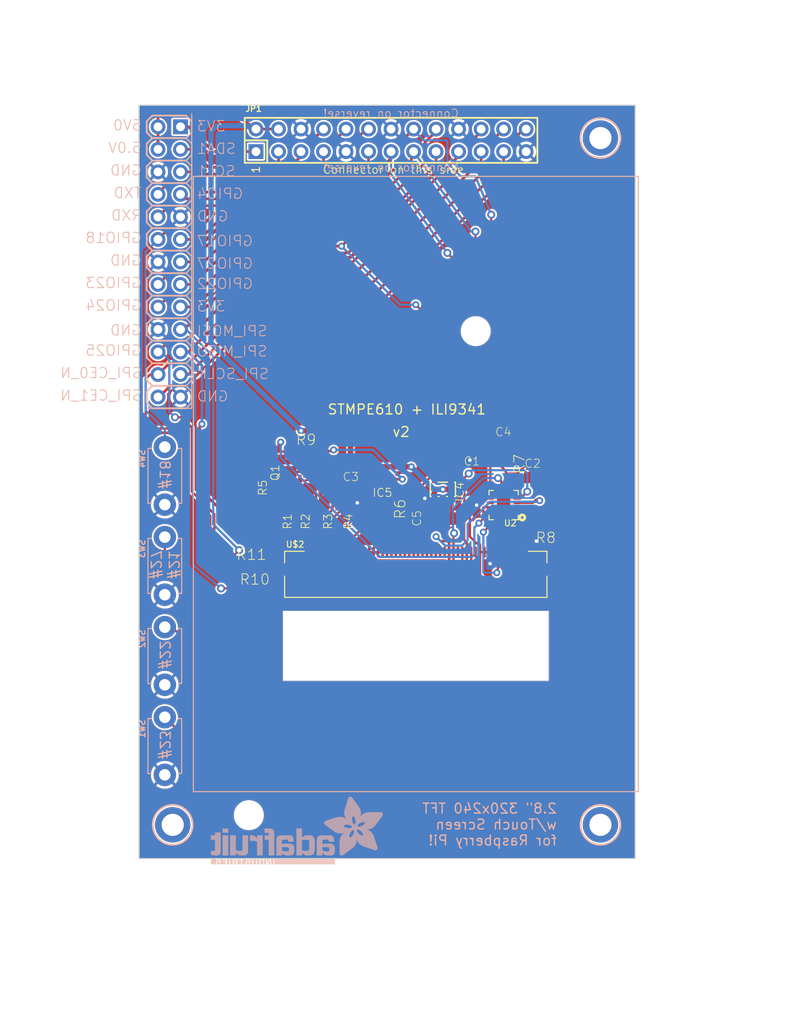
<source format=kicad_pcb>
(kicad_pcb (version 20221018) (generator pcbnew)
  (layers (0 "F.Cu" signal) (1 "In1.Cu" signal) (2 "In2.Cu" signal) (3 "In3.Cu" signal) (4 "In4.Cu" signal) (5 "In5.Cu" signal) (6 "In6.Cu" signal) (7 "In7.Cu" signal) (8 "In8.Cu" signal) (9 "In9.Cu" signal) (10 "In10.Cu" signal) (11 "In11.Cu" signal) (12 "In12.Cu" signal) (13 "In13.Cu" signal) (14 "In14.Cu" signal) (31 "B.Cu" signal) (34 "B.Paste" user) (35 "F.Paste" user) (36 "B.SilkS" user "B.Silkscreen") (37 "F.SilkS" user "F.Silkscreen") (38 "B.Mask" user) (39 "F.Mask" user) (44 "Edge.Cuts" user))
  (net 0 "")
  (net 1 "GND")
  (net 2 "VCC")
  (net 3 "N$16")
  (net 4 "+5V")
  (net 5 "MISO")
  (net 6 "N$9")
  (net 7 "N$1")
  (net 8 "N$2")
  (net 9 "N$3")
  (net 10 "N$4")
  (net 11 "N$10")
  (net 12 "MOSI_3V")
  (net 13 "TFT_DC_3V")
  (net 14 "SCLK_3V")
  (net 15 "TFT_CS_3V")
  (net 16 "TFT_RST")
  (net 17 "XL")
  (net 18 "XR")
  (net 19 "YU")
  (net 20 "YD")
  (net 21 "RT_CS_3V")
  (net 22 "N$5")
  (net 23 "RT_INT")
  (net 24 "3.3V")
  (net 25 "N$6")
  (net 26 "N$7")
  (net 27 "N$8")
  (net 28 "N$11")
  (net 29 "N$17")
  (net 30 "N$18")
  (net 31 "SCLK")
  (net 32 "MOSI")
  (net 33 "GPIO23")
  (net 34 "GPIO22")
  (net 35 "GPIO21")
  (net 36 "GPIO18")
  (net 37 "3.3V@2")
  (footprint "working:C0805K" (layer "F.Cu") (at 147.6791 104.8316 180)
    (fp_text reference "C3")
    (fp_text value "0.1uF")
  )
  (footprint "working:R0805" (layer "F.Cu") (at 151.2351 108.6416 90)
    (fp_text reference "R6")
    (fp_text value "10K")
  )
  (footprint "working:SOT23-BEC" (layer "F.Cu") (at 134.4711 107.3716 180)
    (fp_text reference "Q1")
    (fp_text value "MMBT2222")
  )
  (footprint "working:R0805" (layer "F.Cu") (at 132.0581 114.4836)
    (fp_text reference "R11")
    (fp_text value "22")
  )
  (footprint "working:R0805" (layer "F.Cu") (at 137.5191 104.8316 -90)
    (fp_text reference "R1")
    (fp_text value "100")
  )
  (footprint "working:C0805K" (layer "F.Cu") (at 155.0451 109.1496 180)
    (fp_text reference "C5")
    (fp_text value "10uF")
  )
  (footprint "working:R0805" (layer "F.Cu") (at 132.4391 117.2776)
    (fp_text reference "R10")
    (fp_text value "22")
  )
  (footprint "working:SOT23-5L" (layer "F.Cu") (at 154.7911 105.8476)
    (fp_text reference "IC4")
    (fp_text value "MIC5225-3.3")
  )
  (footprint "working:R0805" (layer "F.Cu") (at 164.6971 103.5616 90)
    (fp_text reference "R7")
    (fp_text value "10K")
  )
  (footprint "working:R0805" (layer "F.Cu") (at 166.9831 110.0386 180)
    (fp_text reference "R8")
    (fp_text value "10K")
  )
  (footprint "working:FIDUCIAL_1MM" (layer "F.Cu") (at 171.8091 128.7076 90)
    (fp_text reference "U$10" hide)
    (fp_text value "FIDUCIAL" hide)
  )
  (footprint "working:R0805" (layer "F.Cu") (at 138.7891 101.5296)
    (fp_text reference "R9")
    (fp_text value "1K")
  )
  (footprint "working:C0805K" (layer "F.Cu") (at 161.6491 102.5456)
    (fp_text reference "C2")
    (fp_text value "0.1uF")
  )
  (footprint "working:R0805" (layer "F.Cu") (at 142.0911 104.8316 -90)
    (fp_text reference "R3")
    (fp_text value "100")
  )
  (footprint "working:C0805K" (layer "F.Cu") (at 155.0451 102.2916)
    (fp_text reference "C1")
    (fp_text value "10uF")
  )
  (footprint "working:R0805" (layer "F.Cu") (at 139.8051 104.8316 -90)
    (fp_text reference "R2")
    (fp_text value "100")
  )
  (footprint "working:FIDUCIAL_1MM" (layer "F.Cu") (at 131.9311 128.4536 180)
    (fp_text reference "U$11" hide)
    (fp_text value "FIDUCIAL" hide)
  )
  (footprint "working:QFN16_3MM" (layer "F.Cu") (at 161.6491 107.6256 180)
    (fp_text reference "U2")
    (fp_text value "STMPE610")
  )
  (footprint "working:C0805K" (layer "F.Cu") (at 161.6491 100.2596)
    (fp_text reference "C4")
    (fp_text value "0.1uF")
  )
  (footprint "working:SOT23" (layer "F.Cu") (at 147.9331 108.1336 -90)
    (fp_text reference "IC5")
    (fp_text value "AXP803")
  )
  (footprint "working:FIDUCIAL_1MM" (layer "F.Cu") (at 172.0631 72.4466)
    (fp_text reference "U$18" hide)
    (fp_text value "FIDUCIAL" hide)
  )
  (footprint "working:2X13" (layer "F.Cu") (at 148.9491 66.4776)
    (fp_text reference "JP1")
    (fp_text value "")
  )
  (footprint "working:R0805" (layer "F.Cu") (at 144.3771 104.8316 -90)
    (fp_text reference "R4")
    (fp_text value "100")
  )
  (footprint "working:R0805" (layer "F.Cu") (at 135.2331 102.5456 -90)
    (fp_text reference "R5")
    (fp_text value "1K")
  )
  (footprint "working:MOUNTINGHOLE_2.5_PLATED_THICK" (layer "B.Cu") (at 172.5711 66.2236 90)
    (fp_text reference "U$16" hide)
    (fp_text value "MOUNTINGHOLE2.5_THICK" hide)
  )
  (footprint "working:MOUNTINGHOLE_2.5_PLATED_THICK" (layer "B.Cu") (at 172.5711 143.6936 180)
    (fp_text reference "U$17" hide)
    (fp_text value "MOUNTINGHOLE2.5_THICK" hide)
  )
  (footprint "working:TFT_2.83IN_240X320_50PIN" (layer "B.Cu") (at 151.7431 102.5456 180)
    (fp_text reference "U$2")
    (fp_text value "DISP_LCD_1.28IN_240X320_50PIN")
  )
  (footprint "working:MOUNTINGHOLE_2.5_PLATED_THICK" (layer "B.Cu") (at 124.3111 143.6936 90)
    (fp_text reference "U$15" hide)
    (fp_text value "MOUNTINGHOLE2.5_THICK" hide)
  )
  (footprint "working:TACT_PANA-EVQ" (layer "B.Cu") (at 123.4221 134.8036 -90)
    (fp_text reference "SW1")
    (fp_text value "")
  )
  (footprint "working:TACT_PANA-EVQ" (layer "B.Cu") (at 123.4221 124.6436 -90)
    (fp_text reference "SW2")
    (fp_text value "")
  )
  (footprint "working:RASPBERRYPIV2_SHIELD" (layer "B.Cu") (at 120.5011 147.5036 180)
    (fp_text reference "U$3" hide)
    (fp_text value "RASPBERRYPI_B_MODELB_V2" hide)
    (fp_line (start -56 0) (end -56 85) (stroke (width 0.127)) (layer "Edge.Cuts"))
    (fp_line (start -56 85) (end 0 85) (stroke (width 0.127)) (layer "Edge.Cuts"))
    (fp_line (start 0 0) (end -56 0) (stroke (width 0.127)) (layer "Edge.Cuts"))
    (fp_line (start 0 85) (end 0 0) (stroke (width 0.127)) (layer "Edge.Cuts"))
  )
  (footprint "working:TACT_PANA-EVQ" (layer "B.Cu") (at 123.4221 104.3236 -90)
    (fp_text reference "SW4")
    (fp_text value "")
  )
  (footprint "working:ADAFRUIT_TEXT_20MM" (layer "B.Cu") (at 148.1871 148.1386 180)
    (fp_text reference "U$23" hide)
    (fp_text value "" hide)
  )
  (footprint "working:TACT_PANA-EVQ" (layer "B.Cu") (at 123.4221 114.4836 -90)
    (fp_text reference "SW3")
    (fp_text value "")
  )
  (gr_line (start 166.7291 119.5636) (end 136.7571 119.5636) (stroke (width 0.05)) (layer "Edge.Cuts"))
  (gr_line (start 166.7291 127.4376) (end 166.7291 119.5636) (stroke (width 0.05)) (layer "Edge.Cuts"))
  (gr_line (start 136.7571 119.5636) (end 136.7571 127.4376) (stroke (width 0.05)) (layer "Edge.Cuts"))
  (gr_line (start 136.7571 127.4376) (end 166.7291 127.4376) (stroke (width 0.05)) (layer "Edge.Cuts"))
  (gr_text "#21" (at 124.4381 114.3566 -90) (layer "B.SilkS") (effects (font (size 1.1176 1.1176) (thickness 0.1524)) (justify mirror)))
  (gr_text "#23" (at 123.4221 134.6766 -90) (layer "B.SilkS") (effects (font (size 1.1176 1.1176) (thickness 0.1524)) (justify mirror)))
  (gr_text "#27" (at 122.4061 114.3566 -90) (layer "B.SilkS") (effects (font (size 1.1176 1.1176) (thickness 0.1524)) (justify mirror)))
  (gr_text "#18" (at 123.4221 104.1966 -90) (layer "B.SilkS") (effects (font (size 1.1176 1.1176) (thickness 0.1524)) (justify mirror)))
  (gr_text "Connector on reverse!" (at 148.9491 69.5256) (layer "B.SilkS") (effects (font (size 0.9144 0.9144) (thickness 0.1016)) (justify mirror)))
  (gr_text "2.8\" 320x240 TFT\nw/Touch Screen\nfor Raspberry Pi!" (at 167.7451 146.1066) (layer "B.SilkS") (effects (font (size 1.1176 1.1176) (thickness 0.1524)) (justify left bottom mirror)))
  (gr_text "Connector on reverse!" (at 148.9491 63.4296) (layer "B.SilkS") (effects (font (size 0.9144 0.9144) (thickness 0.1016)) (justify mirror)))
  (gr_text "#22" (at 123.4221 124.5166 -90) (layer "B.SilkS") (effects (font (size 1.1176 1.1176) (thickness 0.1524)) (justify mirror)))
  (gr_text "v2" (at 150.0921 99.3706) (layer "F.SilkS") (effects (font (size 1.1176 1.1176) (thickness 0.1524))))
  (gr_text "1" (at 134.2171 70.2876 90) (layer "F.SilkS") (effects (font (size 0.89408 0.89408) (thickness 0.12192)) (justify left bottom)))
  (gr_text "STMPE610 + ILI9341" (at 150.7271 96.8306) (layer "F.SilkS") (effects (font (size 1.1176 1.1176) (thickness 0.1524))))
  (gr_text "Connector on this side" (at 149.2031 69.7796) (layer "F.SilkS") (effects (font (size 0.9144 0.9144) (thickness 0.1016))))
  (segment (start 141.9931 112.9356) (end 141.9931 110.7716) (width 0.254) (layer "F.Cu") (net 1))
  (segment (start 163.4931 112.9356) (end 162.9931 112.9356) (width 0.254) (layer "F.Cu") (net 1))
  (segment (start 146.8331 107.1836) (end 146.8331 104.8316) (width 0.254) (layer "F.Cu") (net 1))
  (segment (start 146.7671 107.1176) (end 146.8331 107.1836) (width 0.254) (layer "F.Cu") (net 1))
  (segment (start 145.6471 107.1176) (end 146.7671 107.1176) (width 0.254) (layer "F.Cu") (net 1))
  (segment (start 146.8331 104.8316) (end 146.6791 104.8316) (width 0.254) (layer "F.Cu") (net 1))
  (segment (start 163.4931 112.9356) (end 163.9931 112.9356) (width 0.254) (layer "F.Cu") (net 1))
  (segment (start 141.9931 110.7716) (end 145.6471 107.1176) (width 0.254) (layer "F.Cu") (net 1))
  (via (at 160.1251 114.2296) (size 0.8001) (drill 0.3937) (layers "F.Cu" "B.Cu") (net 1))
  (via (at 165.3321 111.6896) (size 0.8001) (drill 0.3937) (layers "F.Cu" "B.Cu") (net 1))
  (via (at 158.6011 107.6256) (size 0.8001) (drill 0.3937) (layers "F.Cu" "B.Cu") (net 1))
  (via (at 157.8391 102.5456) (size 0.8001) (drill 0.3937) (layers "F.Cu" "B.Cu") (net 1))
  (via (at 145.1391 107.3716) (size 0.8001) (drill 0.3937) (layers "F.Cu" "B.Cu") (net 1))
  (via (at 152.7591 106.8636) (size 0.8001) (drill 0.3937) (layers "F.Cu" "B.Cu") (net 1))
  (segment (start 164.6971 102.6116) (end 164.6311 102.6116) (width 0.254) (layer "F.Cu") (net 2))
  (segment (start 151.2351 106.6096) (end 151.2351 107.6916) (width 0.254) (layer "F.Cu") (net 2))
  (segment (start 157.8391 111.1816) (end 158.6011 111.9436) (width 0.254) (layer "F.Cu") (net 2))
  (segment (start 164.6311 102.6116) (end 163.1731 104.0696) (width 0.254) (layer "F.Cu") (net 2))
  (segment (start 143.4931 110.5416) (end 145.9011 108.1336) (width 0.254) (layer "F.Cu") (net 2))
  (segment (start 163.1731 104.0696) (end 161.8991 104.0696) (width 0.254) (layer "F.Cu") (net 2))
  (segment (start 153.8411 104.5476) (end 153.8411 102.4956) (width 0.254) (layer "F.Cu") (net 2))
  (segment (start 161.8991 104.0696) (end 161.8991 103.7956) (width 0.254) (layer "F.Cu") (net 2))
  (segment (start 159.9931 112.9356) (end 159.9931 111.3136) (width 0.254) (layer "F.Cu") (net 2))
  (segment (start 161.3951 109.1296) (end 161.3991 109.1256) (width 0.254) (layer "F.Cu") (net 2))
  (segment (start 157.8391 106.8756) (end 157.8391 111.1816) (width 0.254) (layer "F.Cu") (net 2))
  (segment (start 160.1491 106.8756) (end 160.1491 103.0456) (width 0.254) (layer "F.Cu") (net 2))
  (segment (start 150.7931 108.1336) (end 149.0331 108.1336) (width 0.254) (layer "F.Cu") (net 2))
  (segment (start 149.0331 104.8316) (end 148.6791 104.8316) (width 0.254) (layer "F.Cu") (net 2))
  (segment (start 154.0451 102.2916) (end 154.0451 101.0056) (width 0.254) (layer "F.Cu") (net 2))
  (segment (start 162.1571 118.6746) (end 158.9931 115.5106) (width 0.254) (layer "F.Cu") (net 2))
  (segment (start 160.1491 106.8756) (end 157.8391 106.8756) (width 0.254) (layer "F.Cu") (net 2))
  (segment (start 148.8061 104.7046) (end 148.6791 104.8316) (width 0.3048) (layer "F.Cu") (net 2))
  (segment (start 153.2971 104.5476) (end 151.2351 106.6096) (width 0.254) (layer "F.Cu") (net 2))
  (segment (start 149.0331 108.1336) (end 149.0331 104.8316) (width 0.254) (layer "F.Cu") (net 2))
  (segment (start 153.8411 102.4956) (end 154.0451 102.2916) (width 0.254) (layer "F.Cu") (net 2))
  (segment (start 150.2191 104.7046) (end 148.8061 104.7046) (width 0.3048) (layer "F.Cu") (net 2))
  (segment (start 142.4931 112.9356) (end 142.9931 112.9356) (width 0.254) (layer "F.Cu") (net 2))
  (segment (start 168.5071 110.6126) (end 168.5071 117.7856) (width 0.254) (layer "F.Cu") (net 2))
  (segment (start 159.9931 111.3136) (end 161.3951 109.9116) (width 0.254) (layer "F.Cu") (net 2))
  (segment (start 161.8991 106.1256) (end 161.8991 104.0696) (width 0.254) (layer "F.Cu") (net 2))
  (segment (start 142.3451 101.5296) (end 142.4721 101.4026) (width 0.3048) (layer "F.Cu") (net 2))
  (segment (start 167.9331 110.0386) (end 168.5071 110.6126) (width 0.254) (layer "F.Cu") (net 2))
  (segment (start 154.0451 101.0056) (end 154.5371 100.5136) (width 0.254) (layer "F.Cu") (net 2))
  (segment (start 158.9931 112.0816) (end 158.9931 112.9356) (width 0.254) (layer "F.Cu") (net 2))
  (segment (start 151.2351 107.6916) (end 150.7931 108.1336) (width 0.254) (layer "F.Cu") (net 2))
  (segment (start 159.1091 100.5136) (end 160.6491 102.0536) (width 0.254) (layer "F.Cu") (net 2))
  (segment (start 142.9931 112.9356) (end 143.4931 112.9356) (width 0.254) (layer "F.Cu") (net 2))
  (segment (start 167.6181 118.6746) (end 162.1571 118.6746) (width 0.254) (layer "F.Cu") (net 2))
  (segment (start 160.1491 103.0456) (end 160.6491 102.5456) (width 0.254) (layer "F.Cu") (net 2))
  (segment (start 158.8551 111.9436) (end 158.9931 112.0816) (width 0.254) (layer "F.Cu") (net 2))
  (segment (start 139.7391 101.5296) (end 142.3451 101.5296) (width 0.3048) (layer "F.Cu") (net 2))
  (segment (start 158.9931 112.9356) (end 159.4931 112.9356) (width 0.254) (layer "F.Cu") (net 2))
  (segment (start 168.5071 117.7856) (end 167.6181 118.6746) (width 0.254) (layer "F.Cu") (net 2))
  (segment (start 158.6011 111.9436) (end 158.8551 111.9436) (width 0.254) (layer "F.Cu") (net 2))
  (segment (start 154.5371 100.5136) (end 159.1091 100.5136) (width 0.254) (layer "F.Cu") (net 2))
  (segment (start 145.9011 108.1336) (end 149.0331 108.1336) (width 0.254) (layer "F.Cu") (net 2))
  (segment (start 158.9931 115.5106) (end 158.9931 112.9356) (width 0.254) (layer "F.Cu") (net 2))
  (segment (start 159.9931 112.9356) (end 159.4931 112.9356) (width 0.254) (layer "F.Cu") (net 2))
  (segment (start 143.4931 112.9356) (end 143.4931 110.5416) (width 0.254) (layer "F.Cu") (net 2))
  (segment (start 160.6491 100.2596) (end 160.6491 102.5456) (width 0.254) (layer "F.Cu") (net 2))
  (segment (start 161.8991 103.7956) (end 160.6491 102.5456) (width 0.254) (layer "F.Cu") (net 2))
  (segment (start 161.3951 109.9116) (end 161.3951 109.1296) (width 0.254) (layer "F.Cu") (net 2))
  (segment (start 160.6491 102.0536) (end 160.6491 102.5456) (width 0.254) (layer "F.Cu") (net 2))
  (segment (start 153.8411 104.5476) (end 153.2971 104.5476) (width 0.254) (layer "F.Cu") (net 2))
  (via (at 150.2191 104.7046) (size 0.8001) (drill 0.3937) (layers "F.Cu" "B.Cu") (net 2))
  (via (at 142.4721 101.4026) (size 0.8001) (drill 0.3937) (layers "F.Cu" "B.Cu") (net 2))
  (segment (start 142.4721 101.4026) (end 146.9171 101.4026) (width 0.3048) (layer "B.Cu") (net 2))
  (segment (start 146.9171 101.4026) (end 150.2191 104.7046) (width 0.3048) (layer "B.Cu") (net 2))
  (segment (start 135.4211 103.6836) (end 135.2331 103.4956) (width 0.254) (layer "F.Cu") (net 3))
  (segment (start 135.4211 106.2716) (end 135.4211 103.6836) (width 0.254) (layer "F.Cu") (net 3))
  (segment (start 156.0451 109.1496) (end 155.7411 108.8456) (width 0.254) (layer "F.Cu") (net 4))
  (segment (start 144.3771 103.8816) (end 144.9511 103.3076) (width 0.6096) (layer "F.Cu") (net 4))
  (segment (start 137.5191 103.8816) (end 139.8051 103.8816) (width 0.254) (layer "F.Cu") (net 4))
  (segment (start 153.8411 107.1476) (end 153.8411 105.8476) (width 0.6096) (layer "F.Cu") (net 4))
  (segment (start 144.3771 100.1326) (end 144.3771 103.8816) (width 0.6096) (layer "F.Cu") (net 4))
  (segment (start 122.6531 67.4936) (end 122.6531 63.8176) (width 0.3048) (layer "F.Cu") (net 4))
  (segment (start 139.8051 103.8816) (end 142.0911 103.8816) (width 0.6096) (layer "F.Cu") (net 4))
  (segment (start 155.7411 105.8476) (end 155.7411 107.1476) (width 0.6096) (layer "F.Cu") (net 4))
  (segment (start 123.0411 63.4296) (end 131.1691 63.4296) (width 0.3048) (layer "F.Cu") (net 4))
  (segment (start 154.7911 105.8476) (end 155.7411 105.8476) (width 0.6096) (layer "F.Cu") (net 4))
  (segment (start 122.6531 63.8176) (end 123.0411 63.4296) (width 0.3048) (layer "F.Cu") (net 4))
  (segment (start 155.7411 108.8456) (end 155.7411 107.1476) (width 0.254) (layer "F.Cu") (net 4))
  (segment (start 131.1691 63.4296) (end 133.7091 65.2076) (width 0.3048) (layer "F.Cu") (net 4))
  (segment (start 142.0911 103.8816) (end 144.3771 103.8816) (width 0.6096) (layer "F.Cu") (net 4))
  (segment (start 153.8411 105.8476) (end 154.7911 105.8476) (width 0.6096) (layer "F.Cu") (net 4))
  (segment (start 138.7891 99.2436) (end 143.4881 99.2436) (width 0.6096) (layer "F.Cu") (net 4))
  (segment (start 144.9511 103.3076) (end 151.2351 103.3076) (width 0.6096) (layer "F.Cu") (net 4))
  (segment (start 122.6531 64.9536) (end 122.6531 67.4936) (width 0.3048) (layer "F.Cu") (net 4))
  (segment (start 139.7391 103.8156) (end 139.8051 103.8816) (width 0.254) (layer "F.Cu") (net 4))
  (segment (start 133.7091 65.2076) (end 136.2491 65.2076) (width 0.3048) (layer "F.Cu") (net 4))
  (segment (start 143.4881 99.2436) (end 144.3771 100.1326) (width 0.6096) (layer "F.Cu") (net 4))
  (via (at 154.7911 105.8476) (size 0.8001) (drill 0.3937) (layers "F.Cu" "B.Cu") (net 4))
  (via (at 138.7891 99.2436) (size 0.8001) (drill 0.3937) (layers "F.Cu" "B.Cu") (net 4))
  (via (at 151.2351 103.3076) (size 0.8001) (drill 0.3937) (layers "F.Cu" "B.Cu") (net 4))
  (segment (start 151.2351 103.3076) (end 153.7751 105.8476) (width 0.6096) (layer "B.Cu") (net 4))
  (segment (start 128.6291 89.3376) (end 128.6291 65.4616) (width 0.6096) (layer "B.Cu") (net 4))
  (segment (start 128.6291 65.4616) (end 129.2641 64.8266) (width 0.6096) (layer "B.Cu") (net 4))
  (segment (start 129.2641 64.8266) (end 132.5661 64.8266) (width 0.6096) (layer "B.Cu") (net 4))
  (segment (start 132.5661 64.8266) (end 133.7091 65.2076) (width 0.6096) (layer "B.Cu") (net 4))
  (segment (start 153.7751 105.8476) (end 154.7911 105.8476) (width 0.6096) (layer "B.Cu") (net 4))
  (segment (start 138.7891 99.2436) (end 128.6291 89.3376) (width 0.6096) (layer "B.Cu") (net 4))
  (segment (start 159.1091 68.7636) (end 159.1091 67.7476) (width 0.3048) (layer "F.Cu") (net 5))
  (segment (start 126.0891 90.3536) (end 134.7251 81.7176) (width 0.3048) (layer "F.Cu") (net 5))
  (segment (start 155.4931 112.9356) (end 155.4931 111.8836) (width 0.254) (layer "F.Cu") (net 5))
  (segment (start 155.4931 112.9356) (end 155.4931 114.2896) (width 0.3048) (layer "F.Cu") (net 5))
  (segment (start 146.1551 81.7176) (end 159.1091 68.7636) (width 0.3048) (layer "F.Cu") (net 5))
  (segment (start 138.5351 113.7216) (end 135.4871 113.7216) (width 0.3048) (layer "F.Cu") (net 5))
  (segment (start 155.2991 111.6896) (end 154.5371 111.6896) (width 0.254) (layer "F.Cu") (net 5))
  (segment (start 155.4931 111.8836) (end 155.2991 111.6896) (width 0.254) (layer "F.Cu") (net 5))
  (segment (start 125.1931 90.3536) (end 126.0891 90.3536) (width 0.3048) (layer "F.Cu") (net 5))
  (segment (start 154.5371 115.2456) (end 140.0591 115.2456) (width 0.3048) (layer "F.Cu") (net 5))
  (segment (start 135.4871 113.7216) (end 127.3591 105.8476) (width 0.3048) (layer "F.Cu") (net 5))
  (segment (start 163.1491 107.3756) (end 164.9471 107.3756) (width 0.254) (layer "F.Cu") (net 5))
  (segment (start 155.4931 114.2896) (end 154.5371 115.2456) (width 0.3048) (layer "F.Cu") (net 5))
  (segment (start 140.0591 115.2456) (end 138.5351 113.7216) (width 0.3048) (layer "F.Cu") (net 5))
  (segment (start 154.5371 111.6896) (end 154.0291 111.1816) (width 0.254) (layer "F.Cu") (net 5))
  (segment (start 127.3591 105.8476) (end 127.3591 98.7356) (width 0.3048) (layer "F.Cu") (net 5))
  (segment (start 134.7251 81.7176) (end 146.1551 81.7176) (width 0.3048) (layer "F.Cu") (net 5))
  (segment (start 164.9471 107.3756) (end 165.3321 106.9906) (width 0.254) (layer "F.Cu") (net 5))
  (segment (start 165.7131 107.1176) (end 165.3321 106.9906) (width 0.254) (layer "F.Cu") (net 5))
  (segment (start 127.3591 98.7356) (end 127.6131 98.4816) (width 0.3048) (layer "F.Cu") (net 5))
  (via (at 165.7131 107.1176) (size 0.8001) (drill 0.3937) (layers "F.Cu" "B.Cu") (net 5))
  (via (at 154.0291 111.1816) (size 0.8001) (drill 0.3937) (layers "F.Cu" "B.Cu") (net 5))
  (via (at 127.6131 98.4816) (size 0.8001) (drill 0.3937) (layers "F.Cu" "B.Cu") (net 5))
  (segment (start 160.1251 107.2446) (end 165.5861 107.2446) (width 0.254) (layer "B.Cu") (net 5))
  (segment (start 165.5861 107.2446) (end 165.7131 107.1176) (width 0.254) (layer "B.Cu") (net 5))
  (segment (start 157.5851 111.5626) (end 157.5851 109.7846) (width 0.254) (layer "B.Cu") (net 5))
  (segment (start 157.5851 109.7846) (end 160.1251 107.2446) (width 0.254) (layer "B.Cu") (net 5))
  (segment (start 126.0891 90.3536) (end 125.1931 90.3536) (width 0.3048) (layer "B.Cu") (net 5))
  (segment (start 127.6131 98.4816) (end 127.6131 91.8776) (width 0.3048) (layer "B.Cu") (net 5))
  (segment (start 156.9501 112.1976) (end 157.5851 111.5626) (width 0.254) (layer "B.Cu") (net 5))
  (segment (start 155.0451 112.1976) (end 156.9501 112.1976) (width 0.254) (layer "B.Cu") (net 5))
  (segment (start 127.6131 91.8776) (end 126.0891 90.3536) (width 0.3048) (layer "B.Cu") (net 5))
  (segment (start 154.0291 111.1816) (end 155.0451 112.1976) (width 0.254) (layer "B.Cu") (net 5))
  (segment (start 147.4931 112.9356) (end 147.9931 112.9356) (width 0.254) (layer "F.Cu") (net 6))
  (segment (start 151.9931 112.9356) (end 152.4931 112.9356) (width 0.254) (layer "F.Cu") (net 6))
  (segment (start 146.4931 112.9356) (end 146.9931 112.9356) (width 0.254) (layer "F.Cu") (net 6))
  (segment (start 152.9931 112.9356) (end 152.4931 112.9356) (width 0.254) (layer "F.Cu") (net 6))
  (segment (start 149.9931 112.9356) (end 150.4931 112.9356) (width 0.254) (layer "F.Cu") (net 6))
  (segment (start 148.4931 112.9356) (end 148.9931 112.9356) (width 0.254) (layer "F.Cu") (net 6))
  (segment (start 149.4931 112.9356) (end 149.9931 112.9356) (width 0.254) (layer "F.Cu") (net 6))
  (segment (start 150.4931 112.9356) (end 150.9931 112.9356) (width 0.254) (layer "F.Cu") (net 6))
  (segment (start 148.9931 112.9356) (end 149.4931 112.9356) (width 0.254) (layer "F.Cu") (net 6))
  (segment (start 151.4931 112.9356) (end 151.9931 112.9356) (width 0.254) (layer "F.Cu") (net 6))
  (segment (start 150.9931 112.9356) (end 151.4931 112.9356) (width 0.254) (layer "F.Cu") (net 6))
  (segment (start 154.9931 112.9356) (end 154.4931 112.9356) (width 0.254) (layer "F.Cu") (net 6))
  (segment (start 147.9931 112.9356) (end 148.4931 112.9356) (width 0.254) (layer "F.Cu") (net 6))
  (segment (start 154.4931 112.9356) (end 153.9931 112.9356) (width 0.254) (layer "F.Cu") (net 6))
  (segment (start 153.9931 112.9356) (end 153.4931 112.9356) (width 0.254) (layer "F.Cu") (net 6))
  (segment (start 153.4931 112.9356) (end 152.9931 112.9356) (width 0.254) (layer "F.Cu") (net 6))
  (segment (start 146.9931 112.9356) (end 147.4931 112.9356) (width 0.254) (layer "F.Cu") (net 6))
  (segment (start 138.9351 112.9356) (end 134.4711 108.4716) (width 0.254) (layer "F.Cu") (net 7))
  (segment (start 139.4931 112.9356) (end 138.9351 112.9356) (width 0.254) (layer "F.Cu") (net 7))
  (segment (start 139.9931 108.2556) (end 137.5191 105.7816) (width 0.254) (layer "F.Cu") (net 8))
  (segment (start 139.9931 112.9356) (end 139.9931 108.2556) (width 0.254) (layer "F.Cu") (net 8))
  (segment (start 140.4931 106.4696) (end 139.8051 105.7816) (width 0.254) (layer "F.Cu") (net 9))
  (segment (start 140.4931 112.9356) (end 140.4931 106.4696) (width 0.254) (layer "F.Cu") (net 9))
  (segment (start 140.9931 112.9356) (end 140.9931 109.4856) (width 0.254) (layer "F.Cu") (net 10))
  (segment (start 142.3451 108.1336) (end 142.3451 106.0356) (width 0.254) (layer "F.Cu") (net 10))
  (segment (start 140.9931 109.4856) (end 142.3451 108.1336) (width 0.254) (layer "F.Cu") (net 10))
  (segment (start 142.3451 106.0356) (end 142.0911 105.7816) (width 0.254) (layer "F.Cu") (net 10))
  (segment (start 141.4931 110.0016) (end 144.3771 107.1176) (width 0.254) (layer "F.Cu") (net 11))
  (segment (start 141.4931 112.9356) (end 141.4931 110.0016) (width 0.254) (layer "F.Cu") (net 11))
  (segment (start 144.3771 107.1176) (end 144.3771 105.7816) (width 0.254) (layer "F.Cu") (net 11))
  (segment (start 131.1081 113.4016) (end 131.8041 112.7056) (width 0.254) (layer "F.Cu") (net 12))
  (segment (start 144.6311 80.1936) (end 156.5691 68.2556) (width 0.3048) (layer "F.Cu") (net 12))
  (segment (start 131.1081 114.4836) (end 131.1081 113.4016) (width 0.254) (layer "F.Cu") (net 12))
  (segment (start 125.1931 88.2016) (end 133.2011 80.1936) (width 0.3048) (layer "F.Cu") (net 12))
  (segment (start 156.5691 68.2556) (end 156.5691 67.7476) (width 0.3048) (layer "F.Cu") (net 12))
  (segment (start 133.2011 80.1936) (end 144.6311 80.1936) (width 0.3048) (layer "F.Cu") (net 12))
  (segment (start 125.1931 87.8136) (end 125.1931 88.2016) (width 0.3048) (layer "F.Cu") (net 12))
  (via (at 131.8041 112.7056) (size 0.9064) (drill 0.5) (layers "F.Cu" "B.Cu") (net 12))
  (segment (start 128.8831 90.8616) (end 125.8351 87.8136) (width 0.254) (layer "B.Cu") (net 12))
  (segment (start 128.8831 109.7846) (end 131.8041 112.7056) (width 0.254) (layer "B.Cu") (net 12))
  (segment (start 125.8351 87.8136) (end 125.1931 87.8136) (width 0.254) (layer "B.Cu") (net 12))
  (segment (start 128.8831 90.8616) (end 128.8831 109.7846) (width 0.254) (layer "B.Cu") (net 12))
  (segment (start 133.9631 80.9556) (end 145.3931 80.9556) (width 0.3048) (layer "F.Cu") (net 13))
  (segment (start 122.6531 90.3536) (end 123.9231 89.0836) (width 0.3048) (layer "F.Cu") (net 13))
  (segment (start 123.9231 89.0836) (end 125.8351 89.0836) (width 0.3048) (layer "F.Cu") (net 13))
  (segment (start 126.4701 98.8626) (end 125.3271 97.7196) (width 0.254) (layer "F.Cu") (net 13))
  (segment (start 156.9931 114.3136) (end 153.2671 118.0396) (width 0.254) (layer "F.Cu") (net 13))
  (segment (start 129.0101 108.6416) (end 126.4701 106.1016) (width 0.254) (layer "F.Cu") (net 13))
  (segment (start 126.4701 106.1016) (end 126.4701 98.8626) (width 0.254) (layer "F.Cu") (net 13))
  (segment (start 125.3271 97.7196) (end 124.5651 97.7196) (width 0.254) (layer "F.Cu") (net 13))
  (segment (start 157.8391 68.5096) (end 157.8391 66.7316) (width 0.3048) (layer "F.Cu") (net 13))
  (segment (start 129.6451 116.0076) (end 129.0101 115.3726) (width 0.254) (layer "F.Cu") (net 13))
  (segment (start 134.0901 116.0076) (end 129.6451 116.0076) (width 0.254) (layer "F.Cu") (net 13))
  (segment (start 156.9931 112.9356) (end 156.9931 114.3136) (width 0.254) (layer "F.Cu") (net 13))
  (segment (start 136.1221 118.0396) (end 134.0901 116.0076) (width 0.254) (layer "F.Cu") (net 13))
  (segment (start 145.3931 80.9556) (end 157.8391 68.5096) (width 0.3048) (layer "F.Cu") (net 13))
  (segment (start 129.0101 115.3726) (end 129.0101 108.6416) (width 0.254) (layer "F.Cu") (net 13))
  (segment (start 157.8391 66.7316) (end 159.1091 65.4616) (width 0.3048) (layer "F.Cu") (net 13))
  (segment (start 153.2671 118.0396) (end 136.1221 118.0396) (width 0.254) (layer "F.Cu") (net 13))
  (segment (start 125.8351 89.0836) (end 133.9631 80.9556) (width 0.3048) (layer "F.Cu") (net 13))
  (segment (start 159.1091 65.4616) (end 159.1091 65.2076) (width 0.3048) (layer "F.Cu") (net 13))
  (via (at 124.5651 97.7196) (size 0.9064) (drill 0.5) (layers "F.Cu" "B.Cu") (net 13))
  (segment (start 124.5651 97.7196) (end 123.9301 97.0846) (width 0.254) (layer "B.Cu") (net 13))
  (segment (start 123.9301 97.0846) (end 123.9301 91.2426) (width 0.254) (layer "B.Cu") (net 13))
  (segment (start 123.9301 91.2426) (end 123.0411 90.3536) (width 0.254) (layer "B.Cu") (net 13))
  (segment (start 123.0411 90.3536) (end 122.6531 90.3536) (width 0.254) (layer "B.Cu") (net 13))
  (segment (start 161.6491 69.2716) (end 161.6491 67.7476) (width 0.3048) (layer "F.Cu") (net 14))
  (segment (start 135.4871 83.4956) (end 147.4251 83.4956) (width 0.3048) (layer "F.Cu") (net 14))
  (segment (start 129.7721 117.0236) (end 131.3621 117.0236) (width 0.254) (layer "F.Cu") (net 14))
  (segment (start 131.6161 117.0896) (end 131.4891 117.2776) (width 0.254) (layer "F.Cu") (net 14))
  (segment (start 147.4251 83.4956) (end 161.6491 69.2716) (width 0.3048) (layer "F.Cu") (net 14))
  (segment (start 126.0891 92.8936) (end 135.4871 83.4956) (width 0.3048) (layer "F.Cu") (net 14))
  (segment (start 131.3621 117.0236) (end 131.4891 117.2776) (width 0.254) (layer "F.Cu") (net 14))
  (segment (start 125.1931 92.8936) (end 126.0891 92.8936) (width 0.3048) (layer "F.Cu") (net 14))
  (via (at 129.7721 117.0236) (size 0.9064) (drill 0.5) (layers "F.Cu" "B.Cu") (net 14))
  (segment (start 126.8511 97.9736) (end 126.5971 98.2276) (width 0.254) (layer "B.Cu") (net 14))
  (segment (start 126.8511 97.9736) (end 126.8511 92.8936) (width 0.254) (layer "B.Cu") (net 14))
  (segment (start 126.8511 92.8936) (end 125.1931 92.8936) (width 0.254) (layer "B.Cu") (net 14))
  (segment (start 126.5971 114.3566) (end 129.7721 117.0236) (width 0.254) (layer "B.Cu") (net 14))
  (segment (start 126.5971 98.2276) (end 126.5971 114.3566) (width 0.254) (layer "B.Cu") (net 14))
  (segment (start 146.9171 82.4796) (end 160.3791 69.0176) (width 0.3048) (layer "F.Cu") (net 15))
  (segment (start 125.5811 99.6246) (end 125.5811 114.7376) (width 0.254) (layer "F.Cu") (net 15))
  (segment (start 155.8071 119.0556) (end 129.8991 119.0556) (width 0.254) (layer "F.Cu") (net 15))
  (segment (start 124.9461 98.9896) (end 125.5811 99.6246) (width 0.254) (layer "F.Cu") (net 15))
  (segment (start 121.2631 93.4016) (end 121.2631 98.6086) (width 0.254) (layer "F.Cu") (net 15))
  (segment (start 122.6531 92.8936) (end 123.9231 91.6236) (width 0.3048) (layer "F.Cu") (net 15))
  (segment (start 125.5811 114.7376) (end 129.8991 119.0556) (width 0.254) (layer "F.Cu") (net 15))
  (segment (start 135.2331 82.4796) (end 146.9171 82.4796) (width 0.3048) (layer "F.Cu") (net 15))
  (segment (start 160.3791 69.0176) (end 160.3791 66.4776) (width 0.3048) (layer "F.Cu") (net 15))
  (segment (start 121.6441 98.9896) (end 124.9461 98.9896) (width 0.254) (layer "F.Cu") (net 15))
  (segment (start 126.0891 91.6236) (end 135.2331 82.4796) (width 0.3048) (layer "F.Cu") (net 15))
  (segment (start 160.3791 66.4776) (end 161.6491 65.2076) (width 0.3048) (layer "F.Cu") (net 15))
  (segment (start 121.2631 98.6086) (end 121.6441 98.9896) (width 0.254) (layer "F.Cu") (net 15))
  (segment (start 157.9931 116.8696) (end 155.8071 119.0556) (width 0.254) (layer "F.Cu") (net 15))
  (segment (start 157.9931 112.9356) (end 157.9931 116.8696) (width 0.254) (layer "F.Cu") (net 15))
  (segment (start 121.7711 92.8936) (end 122.6531 92.8936) (width 0.254) (layer "F.Cu") (net 15))
  (segment (start 123.9231 91.6236) (end 126.0891 91.6236) (width 0.3048) (layer "F.Cu") (net 15))
  (segment (start 121.2631 93.4016) (end 121.7711 92.8936) (width 0.254) (layer "F.Cu") (net 15))
  (segment (start 143.9931 111.9236) (end 146.8331 109.0836) (width 0.254) (layer "F.Cu") (net 16))
  (segment (start 147.3411 109.5916) (end 151.2351 109.5916) (width 0.254) (layer "F.Cu") (net 16))
  (segment (start 146.8331 109.0836) (end 147.3411 109.5916) (width 0.254) (layer "F.Cu") (net 16))
  (segment (start 143.9931 112.9356) (end 143.9931 111.9236) (width 0.254) (layer "F.Cu") (net 16))
  (segment (start 161.9931 110.8376) (end 162.4111 110.4196) (width 0.254) (layer "F.Cu") (net 17))
  (segment (start 162.4111 110.4196) (end 162.4111 109.1376) (width 0.254) (layer "F.Cu") (net 17))
  (segment (start 162.4111 109.1376) (end 162.3991 109.1256) (width 0.254) (layer "F.Cu") (net 17))
  (segment (start 161.9931 112.9356) (end 161.9931 110.8376) (width 0.254) (layer "F.Cu") (net 17))
  (segment (start 160.6571 109.3796) (end 159.3631 110.6736) (width 0.254) (layer "F.Cu") (net 18))
  (segment (start 160.8991 109.1256) (end 160.6571 109.3796) (width 0.254) (layer "F.Cu") (net 18))
  (segment (start 160.8871 115.2456) (end 160.9931 115.1396) (width 0.254) (layer "F.Cu") (net 18))
  (segment (start 160.9931 115.1396) (end 160.9931 112.9356) (width 0.254) (layer "F.Cu") (net 18))
  (via (at 159.3631 110.6736) (size 0.8001) (drill 0.3937) (layers "F.Cu" "B.Cu") (net 18))
  (via (at 160.8871 115.2456) (size 0.8001) (drill 0.3937) (layers "F.Cu" "B.Cu") (net 18))
  (segment (start 159.3631 115.2456) (end 160.8871 115.2456) (width 0.254) (layer "B.Cu") (net 18))
  (segment (start 159.3631 110.6736) (end 159.3631 115.2456) (width 0.254) (layer "B.Cu") (net 18))
  (segment (start 163.9351 109.1616) (end 163.1491 108.3756) (width 0.254) (layer "F.Cu") (net 19))
  (segment (start 162.4931 112.9356) (end 162.4931 111.6076) (width 0.254) (layer "F.Cu") (net 19))
  (segment (start 162.4931 111.6076) (end 163.9351 110.1656) (width 0.254) (layer "F.Cu") (net 19))
  (segment (start 163.9351 110.1656) (end 163.9351 109.1616) (width 0.254) (layer "F.Cu") (net 19))
  (segment (start 161.4931 110.5756) (end 161.9031 110.1656) (width 0.254) (layer "F.Cu") (net 20))
  (segment (start 161.9031 109.1296) (end 161.8991 109.1256) (width 0.254) (layer "F.Cu") (net 20))
  (segment (start 161.4931 112.9356) (end 161.4931 110.5756) (width 0.254) (layer "F.Cu") (net 20))
  (segment (start 161.9031 110.1656) (end 161.9031 109.1296) (width 0.254) (layer "F.Cu") (net 20))
  (segment (start 122.6531 95.4336) (end 122.7871 95.4336) (width 0.3048) (layer "F.Cu") (net 21))
  (segment (start 158.3471 94.4176) (end 148.1871 84.2576) (width 0.254) (layer "F.Cu") (net 21))
  (segment (start 135.7411 84.2576) (end 148.1871 84.2576) (width 0.3048) (layer "F.Cu") (net 21))
  (segment (start 162.9191 69.5256) (end 162.9191 66.2236) (width 0.3048) (layer "F.Cu") (net 21))
  (segment (start 163.9351 65.2076) (end 164.1891 65.2076) (width 0.3048) (layer "F.Cu") (net 21))
  (segment (start 165.7791 104.5116) (end 166.2211 104.0696) (width 0.254) (layer "F.Cu") (net 21))
  (segment (start 124.0571 94.1636) (end 125.8351 94.1636) (width 0.3048) (layer "F.Cu") (net 21))
  (segment (start 166.2211 97.2116) (end 163.4271 94.4176) (width 0.254) (layer "F.Cu") (net 21))
  (segment (start 164.6971 104.5116) (end 165.7791 104.5116) (width 0.254) (layer "F.Cu") (net 21))
  (segment (start 162.9191 66.2236) (end 163.9351 65.2076) (width 0.3048) (layer "F.Cu") (net 21))
  (segment (start 164.6971 104.5116) (end 162.3991 106.1256) (width 0.254) (layer "F.Cu") (net 21))
  (segment (start 122.7871 95.4336) (end 124.0571 94.1636) (width 0.3048) (layer "F.Cu") (net 21))
  (segment (start 163.4271 94.4176) (end 158.3471 94.4176) (width 0.254) (layer "F.Cu") (net 21))
  (segment (start 125.8351 94.1636) (end 135.7411 84.2576) (width 0.3048) (layer "F.Cu") (net 21))
  (segment (start 148.1871 84.2576) (end 162.9191 69.5256) (width 0.3048) (layer "F.Cu") (net 21))
  (segment (start 166.2211 104.0696) (end 166.2211 97.2116) (width 0.254) (layer "F.Cu") (net 21))
  (segment (start 160.1491 107.8756) (end 159.3631 107.8756) (width 0.254) (layer "F.Cu") (net 22))
  (segment (start 135.2331 101.5956) (end 136.2491 101.5956) (width 0.254) (layer "F.Cu") (net 22))
  (segment (start 159.3631 109.1496) (end 158.8551 109.6576) (width 0.254) (layer "F.Cu") (net 22))
  (segment (start 137.7731 101.5956) (end 137.8391 101.5296) (width 0.254) (layer "F.Cu") (net 22))
  (segment (start 159.3631 107.8756) (end 159.3631 109.1496) (width 0.254) (layer "F.Cu") (net 22))
  (segment (start 136.2491 101.5956) (end 137.7731 101.5956) (width 0.254) (layer "F.Cu") (net 22))
  (segment (start 136.2491 100.7676) (end 136.2491 101.5956) (width 0.254) (layer "F.Cu") (net 22))
  (segment (start 136.5031 100.5136) (end 136.2491 100.7676) (width 0.254) (layer "F.Cu") (net 22))
  (via (at 136.5031 100.5136) (size 0.8001) (drill 0.3937) (layers "F.Cu" "B.Cu") (net 22))
  (via (at 158.8551 109.6576) (size 0.8001) (drill 0.3937) (layers "F.Cu" "B.Cu") (net 22))
  (segment (start 158.0931 113.4676) (end 147.6791 113.4676) (width 0.254) (layer "B.Cu") (net 22))
  (segment (start 136.5031 102.2916) (end 136.5031 100.5136) (width 0.254) (layer "B.Cu") (net 22))
  (segment (start 147.6791 113.4676) (end 136.5031 102.2916) (width 0.254) (layer "B.Cu") (net 22))
  (segment (start 158.3471 110.1656) (end 158.3471 113.2136) (width 0.254) (layer "B.Cu") (net 22))
  (segment (start 158.3471 113.2136) (end 158.0931 113.4676) (width 0.254) (layer "B.Cu") (net 22))
  (segment (start 158.8551 109.6576) (end 158.3471 110.1656) (width 0.254) (layer "B.Cu") (net 22))
  (segment (start 165.9671 108.1336) (end 166.9831 107.1176) (width 0.254) (layer "F.Cu") (net 23))
  (segment (start 165.5861 108.1336) (end 165.9671 108.1336) (width 0.254) (layer "F.Cu") (net 23))
  (segment (start 166.0331 110.0386) (end 165.5861 110.0386) (width 0.254) (layer "F.Cu") (net 23))
  (segment (start 165.5861 110.0386) (end 165.5861 108.1336) (width 0.254) (layer "F.Cu") (net 23))
  (segment (start 166.9831 96.4496) (end 163.1731 92.6396) (width 0.254) (layer "F.Cu") (net 23))
  (segment (start 154.0291 65.4616) (end 154.0291 65.2076) (width 0.3048) (layer "F.Cu") (net 23))
  (segment (start 152.7591 69.0176) (end 152.7591 66.7316) (width 0.3048) (layer "F.Cu") (net 23))
  (segment (start 164.9471 107.8756) (end 165.2051 108.1336) (width 0.254) (layer "F.Cu") (net 23))
  (segment (start 122.6531 85.2736) (end 123.9231 84.0036) (width 0.3048) (layer "F.Cu") (net 23))
  (segment (start 166.9831 107.1176) (end 166.9831 96.4496) (width 0.254) (layer "F.Cu") (net 23))
  (segment (start 143.3611 78.4156) (end 152.7591 69.0176) (width 0.3048) (layer "F.Cu") (net 23))
  (segment (start 123.9231 84.0036) (end 126.8511 84.0036) (width 0.3048) (layer "F.Cu") (net 23))
  (segment (start 163.1731 92.6396) (end 159.3631 92.6396) (width 0.254) (layer "F.Cu") (net 23))
  (segment (start 165.2051 108.1336) (end 165.5861 108.1336) (width 0.254) (layer "F.Cu") (net 23))
  (segment (start 132.4391 78.4156) (end 143.3611 78.4156) (width 0.3048) (layer "F.Cu") (net 23))
  (segment (start 159.3631 92.6396) (end 151.7431 85.0196) (width 0.254) (layer "F.Cu") (net 23))
  (segment (start 163.1491 107.8756) (end 164.9471 107.8756) (width 0.254) (layer "F.Cu") (net 23))
  (segment (start 126.8511 84.0036) (end 132.4391 78.4156) (width 0.3048) (layer "F.Cu") (net 23))
  (segment (start 152.7591 66.7316) (end 154.0291 65.4616) (width 0.3048) (layer "F.Cu") (net 23))
  (via (at 143.3611 78.4156) (size 0.8001) (drill 0.3937) (layers "F.Cu" "B.Cu") (net 23))
  (via (at 151.7431 85.0196) (size 0.8001) (drill 0.3937) (layers "F.Cu" "B.Cu") (net 23))
  (segment (start 151.7431 85.0196) (end 149.9651 85.0196) (width 0.254) (layer "B.Cu") (net 23))
  (segment (start 149.9651 85.0196) (end 143.3611 78.4156) (width 0.254) (layer "B.Cu") (net 23))
  (segment (start 125.1931 64.9536) (end 126.0891 64.9536) (width 0.3048) (layer "F.Cu") (net 24))
  (segment (start 128.8831 67.7476) (end 133.7091 67.7476) (width 0.3048) (layer "F.Cu") (net 24))
  (segment (start 126.0891 64.9536) (end 128.8831 67.7476) (width 0.3048) (layer "F.Cu") (net 24))
  (segment (start 126.3431 67.4936) (end 128.3751 69.5256) (width 0.3048) (layer "F.Cu") (net 25))
  (segment (start 125.1931 67.4936) (end 126.3431 67.4936) (width 0.3048) (layer "F.Cu") (net 25))
  (segment (start 136.2491 68.7636) (end 136.2491 67.7476) (width 0.3048) (layer "F.Cu") (net 25))
  (segment (start 128.3751 69.5256) (end 135.4871 69.5256) (width 0.3048) (layer "F.Cu") (net 25))
  (segment (start 135.4871 69.5256) (end 136.2491 68.7636) (width 0.3048) (layer "F.Cu") (net 25))
  (segment (start 127.6131 70.2876) (end 127.3591 70.0336) (width 0.3048) (layer "F.Cu") (net 26))
  (segment (start 136.7571 70.2876) (end 138.7891 68.2556) (width 0.3048) (layer "F.Cu") (net 26))
  (segment (start 127.3591 70.0336) (end 125.1931 70.0336) (width 0.3048) (layer "F.Cu") (net 26))
  (segment (start 138.7891 68.2556) (end 138.7891 67.7476) (width 0.3048) (layer "F.Cu") (net 26))
  (segment (start 136.7571 70.2876) (end 127.6131 70.2876) (width 0.3048) (layer "F.Cu") (net 26))
  (segment (start 137.2651 73.0816) (end 125.7011 73.0816) (width 0.3048) (layer "F.Cu") (net 27))
  (segment (start 125.7011 73.0816) (end 125.1931 72.5736) (width 0.3048) (layer "F.Cu") (net 27))
  (segment (start 141.3291 69.0176) (end 141.3291 67.7476) (width 0.3048) (layer "F.Cu") (net 27))
  (segment (start 137.2651 73.0816) (end 141.3291 69.0176) (width 0.3048) (layer "F.Cu") (net 27))
  (segment (start 140.5671 75.3676) (end 146.4091 69.5256) (width 0.3048) (layer "F.Cu") (net 28))
  (segment (start 129.6451 75.3676) (end 140.5671 75.3676) (width 0.3048) (layer "F.Cu") (net 28))
  (segment (start 146.4091 69.5256) (end 146.4091 67.7476) (width 0.3048) (layer "F.Cu") (net 28))
  (segment (start 125.1931 77.6536) (end 127.3591 77.6536) (width 0.3048) (layer "F.Cu") (net 28))
  (segment (start 127.3591 77.6536) (end 129.6451 75.3676) (width 0.3048) (layer "F.Cu") (net 28))
  (segment (start 123.9231 73.8436) (end 138.7891 73.8436) (width 0.3048) (layer "F.Cu") (net 29))
  (segment (start 122.6531 75.1136) (end 123.9231 73.8436) (width 0.3048) (layer "F.Cu") (net 29))
  (segment (start 138.7891 73.8436) (end 142.5991 70.0336) (width 0.3048) (layer "F.Cu") (net 29))
  (segment (start 142.5991 70.0336) (end 142.5991 66.4776) (width 0.3048) (layer "F.Cu") (net 29))
  (segment (start 142.5991 66.4776) (end 143.8691 65.2076) (width 0.3048) (layer "F.Cu") (net 29))
  (segment (start 122.6531 72.4536) (end 123.8031 71.3036) (width 0.3048) (layer "F.Cu") (net 30))
  (segment (start 123.8031 71.3036) (end 125.8351 71.3036) (width 0.3048) (layer "F.Cu") (net 30))
  (segment (start 126.8511 72.3196) (end 136.5031 72.3196) (width 0.3048) (layer "F.Cu") (net 30))
  (segment (start 125.8351 71.3036) (end 126.8511 72.3196) (width 0.3048) (layer "F.Cu") (net 30))
  (segment (start 122.6531 72.5736) (end 122.6531 72.4536) (width 0.3048) (layer "F.Cu") (net 30))
  (segment (start 140.0591 68.7636) (end 140.0591 66.4776) (width 0.3048) (layer "F.Cu") (net 30))
  (segment (start 136.5031 72.3196) (end 140.0591 68.7636) (width 0.3048) (layer "F.Cu") (net 30))
  (segment (start 140.0591 66.4776) (end 141.3291 65.2076) (width 0.3048) (layer "F.Cu") (net 30))
  (segment (start 157.4931 111.8516) (end 157.2041 111.5626) (width 0.254) (layer "F.Cu") (net 31))
  (segment (start 135.3601 118.5476) (end 154.0291 118.5476) (width 0.254) (layer "F.Cu") (net 31))
  (segment (start 133.3891 117.2776) (end 134.0901 117.2776) (width 0.254) (layer "F.Cu") (net 31))
  (segment (start 163.5421 106.8756) (end 163.1491 106.8756) (width 0.254) (layer "F.Cu") (net 31))
  (segment (start 157.4931 115.0836) (end 157.4931 112.9356) (width 0.254) (layer "F.Cu") (net 31))
  (segment (start 157.2041 111.5626) (end 157.2041 104.5776) (width 0.254) (layer "F.Cu") (net 31))
  (segment (start 157.4931 112.9356) (end 157.4931 111.8516) (width 0.254) (layer "F.Cu") (net 31))
  (segment (start 134.0901 117.2776) (end 135.3601 118.5476) (width 0.254) (layer "F.Cu") (net 31))
  (segment (start 157.2041 104.5776) (end 157.7121 104.0696) (width 0.254) (layer "F.Cu") (net 31))
  (segment (start 154.0291 118.5476) (end 157.4931 115.0836) (width 0.254) (layer "F.Cu") (net 31))
  (segment (start 164.3161 106.1016) (end 163.5421 106.8756) (width 0.254) (layer "F.Cu") (net 31))
  (via (at 164.3161 106.1016) (size 0.9064) (drill 0.5) (layers "F.Cu" "B.Cu") (net 31))
  (via (at 157.7121 104.0696) (size 0.9064) (drill 0.5) (layers "F.Cu" "B.Cu") (net 31))
  (segment (start 163.9351 103.6886) (end 164.3161 104.0696) (width 0.254) (layer "B.Cu") (net 31))
  (segment (start 158.0931 103.6886) (end 163.9351 103.6886) (width 0.254) (layer "B.Cu") (net 31))
  (segment (start 157.7121 104.0696) (end 158.0931 103.6886) (width 0.254) (layer "B.Cu") (net 31))
  (segment (start 164.3161 104.0696) (end 164.3161 106.1016) (width 0.254) (layer "B.Cu") (net 31))
  (segment (start 155.9931 114.5516) (end 155.9931 112.9356) (width 0.254) (layer "F.Cu") (net 32))
  (segment (start 153.0131 117.5316) (end 136.3761 117.5316) (width 0.254) (layer "F.Cu") (net 32))
  (segment (start 155.9931 110.8686) (end 155.9931 112.9356) (width 0.254) (layer "F.Cu") (net 32))
  (segment (start 156.0611 110.8006) (end 155.9931 110.8686) (width 0.254) (layer "F.Cu") (net 32))
  (segment (start 133.3281 114.4836) (end 133.0081 114.4836) (width 0.254) (layer "F.Cu") (net 32))
  (segment (start 136.3761 117.5316) (end 133.3281 114.4836) (width 0.254) (layer "F.Cu") (net 32))
  (segment (start 161.3991 106.1256) (end 161.3991 104.9626) (width 0.254) (layer "F.Cu") (net 32))
  (segment (start 153.0131 117.5316) (end 155.9931 114.5516) (width 0.254) (layer "F.Cu") (net 32))
  (segment (start 161.3991 104.9626) (end 161.0141 104.5776) (width 0.254) (layer "F.Cu") (net 32))
  (via (at 161.0141 104.5776) (size 0.9064) (drill 0.5) (layers "F.Cu" "B.Cu") (net 32))
  (via (at 156.0611 110.8006) (size 0.9064) (drill 0.5) (layers "F.Cu" "B.Cu") (net 32))
  (segment (start 155.9341 110.6736) (end 156.0611 110.8006) (width 0.254) (layer "B.Cu") (net 32))
  (segment (start 155.9341 108.0066) (end 155.9341 110.6736) (width 0.254) (layer "B.Cu") (net 32))
  (segment (start 159.3631 104.5776) (end 155.9341 108.0066) (width 0.254) (layer "B.Cu") (net 32))
  (segment (start 161.0141 104.5776) (end 159.3631 104.5776) (width 0.254) (layer "B.Cu") (net 32))
  (segment (start 123.9231 81.4636) (end 126.5971 81.4636) (width 0.3048) (layer "F.Cu") (net 33))
  (segment (start 124.5131 132.6446) (end 165.5861 132.6446) (width 0.254) (layer "F.Cu") (net 33))
  (segment (start 160.2521 81.2096) (end 160.2521 74.8596) (width 0.254) (layer "F.Cu") (net 33))
  (segment (start 123.4221 131.5536) (end 124.5131 132.6446) (width 0.254) (layer "F.Cu") (net 33))
  (segment (start 150.2191 68.7636) (end 150.2191 66.4776) (width 0.3048) (layer "F.Cu") (net 33))
  (segment (start 165.5861 132.6446) (end 171.9361 126.2946) (width 0.254) (layer "F.Cu") (net 33))
  (segment (start 150.2191 66.4776) (end 151.4891 65.2076) (width 0.3048) (layer "F.Cu") (net 33))
  (segment (start 131.1691 76.8916) (end 142.0911 76.8916) (width 0.3048) (layer "F.Cu") (net 33))
  (segment (start 122.6531 82.7336) (end 123.9231 81.4636) (width 0.3048) (layer "F.Cu") (net 33))
  (segment (start 142.0911 76.8916) (end 150.2191 68.7636) (width 0.3048) (layer "F.Cu") (net 33))
  (segment (start 126.5971 81.4636) (end 131.1691 76.8916) (width 0.3048) (layer "F.Cu") (net 33))
  (segment (start 171.9361 126.2946) (end 171.9361 92.8936) (width 0.254) (layer "F.Cu") (net 33))
  (segment (start 171.9361 92.8936) (end 160.2521 81.2096) (width 0.254) (layer "F.Cu") (net 33))
  (via (at 160.2521 74.8596) (size 0.9064) (drill 0.5) (layers "F.Cu" "B.Cu") (net 33))
  (segment (start 156.8231 70.5416) (end 155.2991 69.0176) (width 0.254) (layer "B.Cu") (net 33))
  (segment (start 152.6321 66.4776) (end 151.4891 65.3346) (width 0.254) (layer "B.Cu") (net 33))
  (segment (start 155.2991 69.0176) (end 155.2991 66.6046) (width 0.254) (layer "B.Cu") (net 33))
  (segment (start 155.2991 66.6046) (end 155.1721 66.4776) (width 0.254) (layer "B.Cu") (net 33))
  (segment (start 155.1721 66.4776) (end 152.6321 66.4776) (width 0.254) (layer "B.Cu") (net 33))
  (segment (start 151.4891 65.3346) (end 151.4891 65.2076) (width 0.254) (layer "B.Cu") (net 33))
  (segment (start 158.4741 70.5416) (end 156.8231 70.5416) (width 0.254) (layer "B.Cu") (net 33))
  (segment (start 160.2521 74.8596) (end 158.4741 70.5416) (width 0.254) (layer "B.Cu") (net 33))
  (segment (start 129.7721 131.8826) (end 165.5861 131.8826) (width 0.254) (layer "F.Cu") (net 34))
  (segment (start 171.3011 126.1676) (end 171.3011 93.2746) (width 0.254) (layer "F.Cu") (net 34))
  (segment (start 151.2351 69.2716) (end 151.2351 68.0016) (width 0.3048) (layer "F.Cu") (net 34))
  (segment (start 126.3431 128.4536) (end 129.7721 131.8826) (width 0.254) (layer "F.Cu") (net 34))
  (segment (start 158.4741 80.4476) (end 158.4741 76.7646) (width 0.254) (layer "F.Cu") (net 34))
  (segment (start 125.1931 82.7336) (end 126.5971 82.7336) (width 0.3048) (layer "F.Cu") (net 34))
  (segment (start 151.2351 68.0016) (end 151.4891 67.7476) (width 0.3048) (layer "F.Cu") (net 34))
  (segment (start 165.5861 131.8826) (end 171.3011 126.1676) (width 0.254) (layer "F.Cu") (net 34))
  (segment (start 123.4221 121.3936) (end 124.2361 121.3936) (width 0.254) (layer "F.Cu") (net 34))
  (segment (start 126.3431 123.5006) (end 126.3431 128.4536) (width 0.254) (layer "F.Cu") (net 34))
  (segment (start 131.6771 77.6536) (end 142.8531 77.6536) (width 0.3048) (layer "F.Cu") (net 34))
  (segment (start 142.8531 77.6536) (end 151.2351 69.2716) (width 0.3048) (layer "F.Cu") (net 34))
  (segment (start 124.2361 121.3936) (end 126.3431 123.5006) (width 0.254) (layer "F.Cu") (net 34))
  (segment (start 126.5971 82.7336) (end 131.6771 77.6536) (width 0.3048) (layer "F.Cu") (net 34))
  (segment (start 171.3011 93.2746) (end 158.4741 80.4476) (width 0.254) (layer "F.Cu") (net 34))
  (via (at 158.4741 76.7646) (size 0.9064) (drill 0.5) (layers "F.Cu" "B.Cu") (net 34))
  (segment (start 157.9661 76.7646) (end 151.4891 67.7476) (width 0.254) (layer "B.Cu") (net 34))
  (segment (start 158.4741 76.7646) (end 157.9661 76.7646) (width 0.254) (layer "B.Cu") (net 34))
  (segment (start 148.9491 68.5096) (end 148.9491 67.7476) (width 0.3048) (layer "F.Cu") (net 35))
  (segment (start 170.7931 125.7866) (end 170.7931 94.6716) (width 0.254) (layer "F.Cu") (net 35))
  (segment (start 123.4221 113.9756) (end 126.9781 117.5316) (width 0.254) (layer "F.Cu") (net 35))
  (segment (start 165.3321 131.2476) (end 170.7931 125.7866) (width 0.254) (layer "F.Cu") (net 35))
  (segment (start 126.9781 117.5316) (end 126.9781 128.3266) (width 0.254) (layer "F.Cu") (net 35))
  (segment (start 130.4071 76.1296) (end 141.3291 76.1296) (width 0.3048) (layer "F.Cu") (net 35))
  (segment (start 125.1931 80.1936) (end 126.3431 80.1936) (width 0.3048) (layer "F.Cu") (net 35))
  (segment (start 123.4221 111.2336) (end 123.4221 113.9756) (width 0.254) (layer "F.Cu") (net 35))
  (segment (start 129.8991 131.2476) (end 165.3321 131.2476) (width 0.254) (layer "F.Cu") (net 35))
  (segment (start 126.9781 128.3266) (end 129.8991 131.2476) (width 0.254) (layer "F.Cu") (net 35))
  (segment (start 126.3431 80.1936) (end 130.4071 76.1296) (width 0.3048) (layer "F.Cu") (net 35))
  (segment (start 141.3291 76.1296) (end 148.9491 68.5096) (width 0.3048) (layer "F.Cu") (net 35))
  (segment (start 170.7931 94.6716) (end 155.2991 79.1776) (width 0.254) (layer "F.Cu") (net 35))
  (via (at 155.2991 79.1776) (size 0.9064) (drill 0.5) (layers "F.Cu" "B.Cu") (net 35))
  (segment (start 155.2991 79.1776) (end 148.9491 70.2876) (width 0.254) (layer "B.Cu") (net 35))
  (segment (start 148.9491 70.2876) (end 148.9491 67.7476) (width 0.254) (layer "B.Cu") (net 35))
  (segment (start 129.1371 74.6056) (end 139.8051 74.6056) (width 0.3048) (layer "F.Cu") (net 36))
  (segment (start 145.1391 66.2236) (end 146.1551 65.2076) (width 0.3048) (layer "F.Cu") (net 36))
  (segment (start 146.1551 65.2076) (end 146.4091 65.2076) (width 0.3048) (layer "F.Cu") (net 36))
  (segment (start 122.6531 77.6536) (end 123.9231 76.3836) (width 0.3048) (layer "F.Cu") (net 36))
  (segment (start 123.9231 76.3836) (end 127.3591 76.3836) (width 0.3048) (layer "F.Cu") (net 36))
  (segment (start 127.3591 76.3836) (end 129.1371 74.6056) (width 0.3048) (layer "F.Cu") (net 36))
  (segment (start 139.8051 74.6056) (end 145.1391 69.2716) (width 0.3048) (layer "F.Cu") (net 36))
  (segment (start 145.1391 69.2716) (end 145.1391 66.2236) (width 0.3048) (layer "F.Cu") (net 36))
  (segment (start 123.4221 101.0736) (end 123.4221 99.1166) (width 0.254) (layer "B.Cu") (net 36))
  (segment (start 123.4221 99.1166) (end 121.2631 96.9576) (width 0.254) (layer "B.Cu") (net 36))
  (segment (start 121.2631 79.0436) (end 122.6531 77.6536) (width 0.254) (layer "B.Cu") (net 36))
  (segment (start 121.2631 96.9576) (end 121.2631 79.0436) (width 0.254) (layer "B.Cu") (net 36))
  (segment (start 154.0291 69.2716) (end 154.0291 67.7476) (width 0.3048) (layer "F.Cu") (net 37))
  (segment (start 126.8511 85.2736) (end 132.9471 79.1776) (width 0.3048) (layer "F.Cu") (net 37))
  (segment (start 125.1931 85.2736) (end 126.8511 85.2736) (width 0.3048) (layer "F.Cu") (net 37))
  (segment (start 144.1231 79.1776) (end 154.0291 69.2716) (width 0.3048) (layer "F.Cu") (net 37))
  (segment (start 132.9471 79.1776) (end 144.1231 79.1776) (width 0.3048) (layer "F.Cu") (net 37))
  (zone (net 1) (net_name "GND") (layer "F.Cu") (priority 6) (connect_pads (clearance 0.000001)) (min_thickness 0.127) (fill yes (thermal_gap 0.304) (thermal_bridge_width 0.304))
    (polygon (pts (xy 176.5081 147.6306) (xy 120.3741 147.6306) (xy 120.3741 62.2866) (xy 176.5081 62.2866)))
  )
  (zone (net 1) (net_name "GND") (layer "B.Cu") (priority 6) (connect_pads (clearance 0.000001)) (min_thickness 0.127) (fill yes (thermal_gap 0.304) (thermal_bridge_width 0.304))
    (polygon (pts (xy 176.5081 147.6306) (xy 120.3741 147.6306) (xy 120.3741 62.2866) (xy 176.5081 62.2866)))
  )
)
</source>
